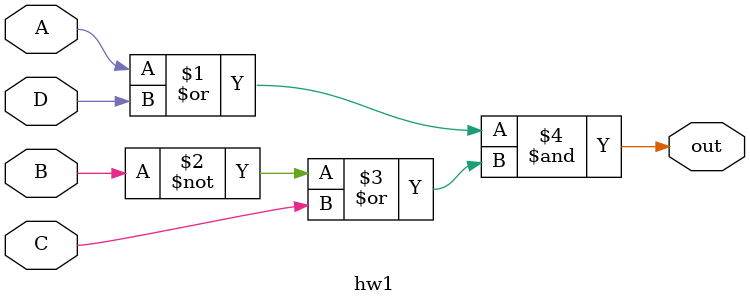
<source format=v>
`timescale 1ns / 1ps


module hw1(
    input A,
    input B,
    input C,
    input D,
    output out
);

    assign out = (A | D) & (~B | C);
    
endmodule

</source>
